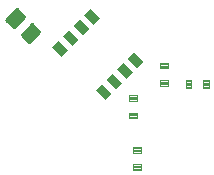
<source format=gtp>
G75*
%MOIN*%
%OFA0B0*%
%FSLAX25Y25*%
%IPPOS*%
%LPD*%
%AMOC8*
5,1,8,0,0,1.08239X$1,22.5*
%
%ADD10R,0.04500X0.03000*%
%ADD11C,0.00906*%
%ADD12C,0.00472*%
D10*
G36*
X0067662Y0082755D02*
X0070843Y0079574D01*
X0068722Y0077453D01*
X0065541Y0080634D01*
X0067662Y0082755D01*
G37*
G36*
X0071198Y0086291D02*
X0074379Y0083110D01*
X0072258Y0080989D01*
X0069077Y0084170D01*
X0071198Y0086291D01*
G37*
G36*
X0074733Y0089826D02*
X0077914Y0086645D01*
X0075793Y0084524D01*
X0072612Y0087705D01*
X0074733Y0089826D01*
G37*
G36*
X0078269Y0093362D02*
X0081450Y0090181D01*
X0079329Y0088060D01*
X0076148Y0091241D01*
X0078269Y0093362D01*
G37*
G36*
X0092764Y0078866D02*
X0095945Y0075685D01*
X0093824Y0073564D01*
X0090643Y0076745D01*
X0092764Y0078866D01*
G37*
G36*
X0089229Y0075331D02*
X0092410Y0072150D01*
X0090289Y0070029D01*
X0087108Y0073210D01*
X0089229Y0075331D01*
G37*
G36*
X0085693Y0071795D02*
X0088874Y0068614D01*
X0086753Y0066493D01*
X0083572Y0069674D01*
X0085693Y0071795D01*
G37*
G36*
X0082158Y0068260D02*
X0085339Y0065079D01*
X0083218Y0062958D01*
X0080037Y0066139D01*
X0082158Y0068260D01*
G37*
D11*
X0061240Y0085592D02*
X0057845Y0082197D01*
X0055284Y0084758D01*
X0058679Y0088153D01*
X0061240Y0085592D01*
X0058750Y0083102D02*
X0056940Y0083102D01*
X0056035Y0084007D02*
X0059655Y0084007D01*
X0060560Y0084912D02*
X0055438Y0084912D01*
X0056343Y0085817D02*
X0061015Y0085817D01*
X0060110Y0086722D02*
X0057248Y0086722D01*
X0058153Y0087627D02*
X0059205Y0087627D01*
X0056229Y0090603D02*
X0052834Y0087208D01*
X0050273Y0089769D01*
X0053668Y0093164D01*
X0056229Y0090603D01*
X0053739Y0088113D02*
X0051929Y0088113D01*
X0051024Y0089018D02*
X0054644Y0089018D01*
X0055549Y0089923D02*
X0050427Y0089923D01*
X0051332Y0090828D02*
X0056004Y0090828D01*
X0055099Y0091733D02*
X0052237Y0091733D01*
X0053142Y0092638D02*
X0054194Y0092638D01*
D12*
X0090994Y0064608D02*
X0090994Y0062718D01*
X0090994Y0064608D02*
X0093672Y0064608D01*
X0093672Y0062718D01*
X0090994Y0062718D01*
X0090994Y0063189D02*
X0093672Y0063189D01*
X0093672Y0063660D02*
X0090994Y0063660D01*
X0090994Y0064131D02*
X0093672Y0064131D01*
X0093672Y0064602D02*
X0090994Y0064602D01*
X0090994Y0058782D02*
X0090994Y0056892D01*
X0090994Y0058782D02*
X0093672Y0058782D01*
X0093672Y0056892D01*
X0090994Y0056892D01*
X0090994Y0057363D02*
X0093672Y0057363D01*
X0093672Y0057834D02*
X0090994Y0057834D01*
X0090994Y0058305D02*
X0093672Y0058305D01*
X0093672Y0058776D02*
X0090994Y0058776D01*
X0101494Y0067692D02*
X0101494Y0069582D01*
X0104172Y0069582D01*
X0104172Y0067692D01*
X0101494Y0067692D01*
X0101494Y0068163D02*
X0104172Y0068163D01*
X0104172Y0068634D02*
X0101494Y0068634D01*
X0101494Y0069105D02*
X0104172Y0069105D01*
X0104172Y0069576D02*
X0101494Y0069576D01*
X0101494Y0073518D02*
X0101494Y0075408D01*
X0104172Y0075408D01*
X0104172Y0073518D01*
X0101494Y0073518D01*
X0101494Y0073989D02*
X0104172Y0073989D01*
X0104172Y0074460D02*
X0101494Y0074460D01*
X0101494Y0074931D02*
X0104172Y0074931D01*
X0104172Y0075402D02*
X0101494Y0075402D01*
X0109975Y0066911D02*
X0111865Y0066911D01*
X0109975Y0066911D02*
X0109975Y0069589D01*
X0111865Y0069589D01*
X0111865Y0066911D01*
X0111865Y0067382D02*
X0109975Y0067382D01*
X0109975Y0067853D02*
X0111865Y0067853D01*
X0111865Y0068324D02*
X0109975Y0068324D01*
X0109975Y0068795D02*
X0111865Y0068795D01*
X0111865Y0069266D02*
X0109975Y0069266D01*
X0115802Y0066911D02*
X0117692Y0066911D01*
X0115802Y0066911D02*
X0115802Y0069589D01*
X0117692Y0069589D01*
X0117692Y0066911D01*
X0117692Y0067382D02*
X0115802Y0067382D01*
X0115802Y0067853D02*
X0117692Y0067853D01*
X0117692Y0068324D02*
X0115802Y0068324D01*
X0115802Y0068795D02*
X0117692Y0068795D01*
X0117692Y0069266D02*
X0115802Y0069266D01*
X0092594Y0047308D02*
X0092594Y0045418D01*
X0092594Y0047308D02*
X0095272Y0047308D01*
X0095272Y0045418D01*
X0092594Y0045418D01*
X0092594Y0045889D02*
X0095272Y0045889D01*
X0095272Y0046360D02*
X0092594Y0046360D01*
X0092594Y0046831D02*
X0095272Y0046831D01*
X0095272Y0047302D02*
X0092594Y0047302D01*
X0092594Y0041482D02*
X0092594Y0039592D01*
X0092594Y0041482D02*
X0095272Y0041482D01*
X0095272Y0039592D01*
X0092594Y0039592D01*
X0092594Y0040063D02*
X0095272Y0040063D01*
X0095272Y0040534D02*
X0092594Y0040534D01*
X0092594Y0041005D02*
X0095272Y0041005D01*
X0095272Y0041476D02*
X0092594Y0041476D01*
M02*

</source>
